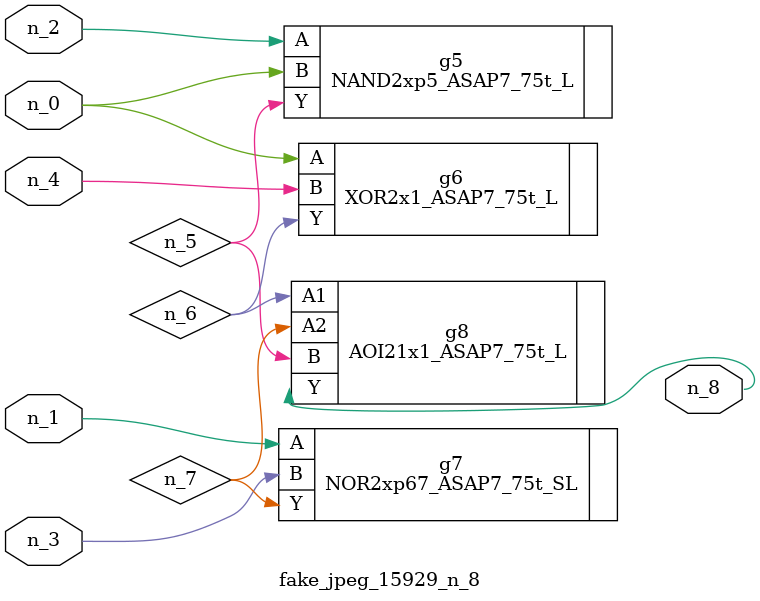
<source format=v>
module fake_jpeg_15929_n_8 (n_3, n_2, n_1, n_0, n_4, n_8);

input n_3;
input n_2;
input n_1;
input n_0;
input n_4;

output n_8;

wire n_6;
wire n_5;
wire n_7;

NAND2xp5_ASAP7_75t_L g5 ( 
.A(n_2),
.B(n_0),
.Y(n_5)
);

XOR2x1_ASAP7_75t_L g6 ( 
.A(n_0),
.B(n_4),
.Y(n_6)
);

NOR2xp67_ASAP7_75t_SL g7 ( 
.A(n_1),
.B(n_3),
.Y(n_7)
);

AOI21x1_ASAP7_75t_L g8 ( 
.A1(n_6),
.A2(n_7),
.B(n_5),
.Y(n_8)
);


endmodule
</source>
